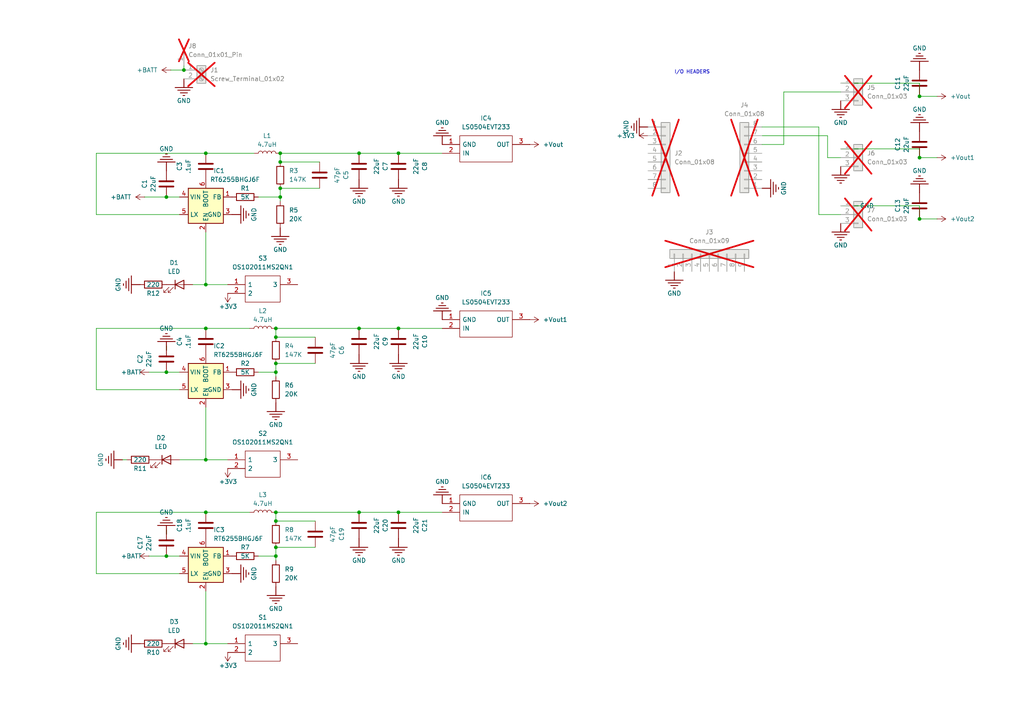
<source format=kicad_sch>
(kicad_sch (version 20250114) (generator "eeschema") (generator_version "9.0")
  (paper "A4")
  (lib_symbols
    (symbol "Connector:Conn_01x01_Pin" (pin_names (offset 1.016) (hide yes))
      (property "Reference" "J" (at 0 2.54 0))
      (property "Value" "Conn_01x01_Pin" (at 0 -2.54 0))
      (symbol "Conn_01x01_Pin_1_1"
        (rectangle (start 0.8636 0.127) (end 0 -0.127) (stroke (width 0.1524)) (fill (type outline)))
        (polyline (pts (xy 1.27 0) (xy 0.8636 0)) (stroke (width 0.1524)))
        (pin passive line (at 5.08 0 180) (length 3.81) (name "Pin_1") (number "1"))
      )
    )
    (symbol "Connector:Screw_Terminal_01x02" (pin_names (offset 1.016) (hide yes))
      (property "Reference" "J" (at 0 2.54 0))
      (property "Value" "Screw_Terminal_01x02" (at 0 -5.08 0))
      (symbol "Screw_Terminal_01x02_1_1"
        (rectangle (start -1.27 1.27) (end 1.27 -3.81) (stroke (width 0.254)) (fill (type background)))
        (polyline (pts (xy -0.5334 0.3302) (xy 0.3302 -0.508)) (stroke (width 0.1524)))
        (polyline (pts (xy -0.5334 -2.2098) (xy 0.3302 -3.048)) (stroke (width 0.1524)))
        (polyline (pts (xy -0.3556 0.508) (xy 0.508 -0.3302)) (stroke (width 0.1524)))
        (polyline (pts (xy -0.3556 -2.032) (xy 0.508 -2.8702)) (stroke (width 0.1524)))
        (circle (center 0 0) (radius 0.635) (stroke (width 0.1524)))
        (circle (center 0 -2.54) (radius 0.635) (stroke (width 0.1524)))
        (pin passive line (at -5.08 0 0) (length 3.81) (name "Pin_1") (number "1"))
        (pin passive line (at -5.08 -2.54 0) (length 3.81) (name "Pin_2") (number "2"))
      )
    )
    (symbol "Connector_Generic:Conn_01x03" (pin_names (offset 1.016) (hide yes))
      (property "Reference" "J" (at 0 5.08 0))
      (property "Value" "Conn_01x03" (at 0 -5.08 0))
      (symbol "Conn_01x03_1_1"
        (rectangle (start -1.27 3.81) (end 1.27 -3.81) (stroke (width 0.254)) (fill (type background)))
        (rectangle (start -1.27 2.667) (end 0 2.413) (stroke (width 0.1524)))
        (rectangle (start -1.27 0.127) (end 0 -0.127) (stroke (width 0.1524)))
        (rectangle (start -1.27 -2.413) (end 0 -2.667) (stroke (width 0.1524)))
        (pin passive line (at -5.08 2.54 0) (length 3.81) (name "Pin_1") (number "1"))
        (pin passive line (at -5.08 0 0) (length 3.81) (name "Pin_2") (number "2"))
        (pin passive line (at -5.08 -2.54 0) (length 3.81) (name "Pin_3") (number "3"))
      )
    )
    (symbol "Connector_Generic:Conn_01x08" (pin_names (offset 1.016) (hide yes))
      (property "Reference" "J" (at 0 10.16 0))
      (property "Value" "Conn_01x08" (at 0 -12.7 0))
      (symbol "Conn_01x08_1_1"
        (rectangle (start -1.27 8.89) (end 1.27 -11.43) (stroke (width 0.254)) (fill (type background)))
        (rectangle (start -1.27 7.747) (end 0 7.493) (stroke (width 0.1524)))
        (rectangle (start -1.27 5.207) (end 0 4.953) (stroke (width 0.1524)))
        (rectangle (start -1.27 2.667) (end 0 2.413) (stroke (width 0.1524)))
        (rectangle (start -1.27 0.127) (end 0 -0.127) (stroke (width 0.1524)))
        (rectangle (start -1.27 -2.413) (end 0 -2.667) (stroke (width 0.1524)))
        (rectangle (start -1.27 -4.953) (end 0 -5.207) (stroke (width 0.1524)))
        (rectangle (start -1.27 -7.493) (end 0 -7.747) (stroke (width 0.1524)))
        (rectangle (start -1.27 -10.033) (end 0 -10.287) (stroke (width 0.1524)))
        (pin passive line (at -5.08 7.62 0) (length 3.81) (name "Pin_1") (number "1"))
        (pin passive line (at -5.08 5.08 0) (length 3.81) (name "Pin_2") (number "2"))
        (pin passive line (at -5.08 2.54 0) (length 3.81) (name "Pin_3") (number "3"))
        (pin passive line (at -5.08 0 0) (length 3.81) (name "Pin_4") (number "4"))
        (pin passive line (at -5.08 -2.54 0) (length 3.81) (name "Pin_5") (number "5"))
        (pin passive line (at -5.08 -5.08 0) (length 3.81) (name "Pin_6") (number "6"))
        (pin passive line (at -5.08 -7.62 0) (length 3.81) (name "Pin_7") (number "7"))
        (pin passive line (at -5.08 -10.16 0) (length 3.81) (name "Pin_8") (number "8"))
      )
    )
    (symbol "Connector_Generic:Conn_01x09" (pin_names (offset 1.016) (hide yes))
      (property "Reference" "J" (at 0 12.7 0))
      (property "Value" "Conn_01x09" (at 0 -12.7 0))
      (symbol "Conn_01x09_1_1"
        (rectangle (start -1.27 11.43) (end 1.27 -11.43) (stroke (width 0.254)) (fill (type background)))
        (rectangle (start -1.27 10.287) (end 0 10.033) (stroke (width 0.1524)))
        (rectangle (start -1.27 7.747) (end 0 7.493) (stroke (width 0.1524)))
        (rectangle (start -1.27 5.207) (end 0 4.953) (stroke (width 0.1524)))
        (rectangle (start -1.27 2.667) (end 0 2.413) (stroke (width 0.1524)))
        (rectangle (start -1.27 0.127) (end 0 -0.127) (stroke (width 0.1524)))
        (rectangle (start -1.27 -2.413) (end 0 -2.667) (stroke (width 0.1524)))
        (rectangle (start -1.27 -4.953) (end 0 -5.207) (stroke (width 0.1524)))
        (rectangle (start -1.27 -7.493) (end 0 -7.747) (stroke (width 0.1524)))
        (rectangle (start -1.27 -10.033) (end 0 -10.287) (stroke (width 0.1524)))
        (pin passive line (at -5.08 10.16 0) (length 3.81) (name "Pin_1") (number "1"))
        (pin passive line (at -5.08 7.62 0) (length 3.81) (name "Pin_2") (number "2"))
        (pin passive line (at -5.08 5.08 0) (length 3.81) (name "Pin_3") (number "3"))
        (pin passive line (at -5.08 2.54 0) (length 3.81) (name "Pin_4") (number "4"))
        (pin passive line (at -5.08 0 0) (length 3.81) (name "Pin_5") (number "5"))
        (pin passive line (at -5.08 -2.54 0) (length 3.81) (name "Pin_6") (number "6"))
        (pin passive line (at -5.08 -5.08 0) (length 3.81) (name "Pin_7") (number "7"))
        (pin passive line (at -5.08 -7.62 0) (length 3.81) (name "Pin_8") (number "8"))
        (pin passive line (at -5.08 -10.16 0) (length 3.81) (name "Pin_9") (number "9"))
      )
    )
    (symbol "DIO5661ST6_1"
      (property "Reference" "IC2" (at 2.1941 10.16 0))
      (property "Value" "RT6255BHGJ6F" (at 2.1941 7.62 0))
      (symbol "DIO5661ST6_1_0_1"
        (rectangle (start 5.08 -5.08) (end -5.08 5.08) (stroke (width 0.254)) (fill (type background)))
      )
      (symbol "DIO5661ST6_1_1_1"
        (pin input line (at -7.62 2.54 0) (length 2.54) (name "VIN") (number "4"))
        (pin input line (at -7.62 -2.54 0) (length 2.54) (name "LX") (number "5"))
        (pin power_in line (at 0 7.62 270) (length 2.54) (name "BOOT") (number "6"))
        (pin power_in line (at 0 -7.62 90) (length 2.54) (name "EN") (number "2"))
        (pin open_collector line (at 7.62 2.54 180) (length 2.54) (name "FB") (number "1"))
        (pin input line (at 7.62 -2.54 180) (length 2.54) (name "GND") (number "3"))
      )
    )
    (symbol "Device:C" (pin_numbers (hide yes)) (pin_names (offset 0.254))
      (property "Reference" "C" (at 0.635 2.54 0))
      (property "Value" "C" (at 0.635 -2.54 0))
      (symbol "C_0_1"
        (polyline (pts (xy -2.032 0.762) (xy 2.032 0.762)) (stroke (width 0.508)))
        (polyline (pts (xy -2.032 -0.762) (xy 2.032 -0.762)) (stroke (width 0.508)))
      )
      (symbol "C_1_1"
        (pin passive line (at 0 3.81 270) (length 2.794) (name "~") (number "1"))
        (pin passive line (at 0 -3.81 90) (length 2.794) (name "~") (number "2"))
      )
    )
    (symbol "Device:L" (pin_numbers (hide yes)) (pin_names (offset 1.016) (hide yes))
      (property "Reference" "L" (at -1.27 0 90))
      (property "Value" "L" (at 1.905 0 90))
      (symbol "L_0_1"
        (arc (start 0 2.54) (mid 0.6323 1.905) (end 0 1.27))
        (arc (start 0 1.27) (mid 0.6323 0.635) (end 0 0))
        (arc (start 0 0) (mid 0.6323 -0.635) (end 0 -1.27))
        (arc (start 0 -1.27) (mid 0.6323 -1.905) (end 0 -2.54))
      )
      (symbol "L_1_1"
        (pin passive line (at 0 3.81 270) (length 1.27) (name "1") (number "1"))
        (pin passive line (at 0 -3.81 90) (length 1.27) (name "2") (number "2"))
      )
    )
    (symbol "Device:LED" (pin_numbers (hide yes)) (pin_names (offset 1.016) (hide yes))
      (property "Reference" "D" (at 0 2.54 0))
      (property "Value" "LED" (at 0 -2.54 0))
      (symbol "LED_0_1"
        (polyline (pts (xy -3.048 -0.762) (xy -4.572 -2.286) (xy -3.81 -2.286) (xy -4.572 -2.286) (xy -4.572 -1.524)))
        (polyline (pts (xy -1.778 -0.762) (xy -3.302 -2.286) (xy -2.54 -2.286) (xy -3.302 -2.286) (xy -3.302 -1.524)))
        (polyline (pts (xy -1.27 0) (xy 1.27 0)))
        (polyline (pts (xy -1.27 -1.27) (xy -1.27 1.27)) (stroke (width 0.254)))
        (polyline (pts (xy 1.27 -1.27) (xy 1.27 1.27) (xy -1.27 0) (xy 1.27 -1.27)) (stroke (width 0.254)))
      )
      (symbol "LED_1_1"
        (pin passive line (at -3.81 0 0) (length 2.54) (name "K") (number "1"))
        (pin passive line (at 3.81 0 180) (length 2.54) (name "A") (number "2"))
      )
    )
    (symbol "Device:R" (pin_numbers (hide yes)) (pin_names (offset 0))
      (property "Reference" "R" (at 2.032 0 90))
      (property "Value" "R" (at 0 0 90))
      (symbol "R_0_1"
        (rectangle (start -1.016 -2.54) (end 1.016 2.54) (stroke (width 0.254)))
      )
      (symbol "R_1_1"
        (pin passive line (at 0 3.81 270) (length 1.27) (name "~") (number "1"))
        (pin passive line (at 0 -3.81 90) (length 1.27) (name "~") (number "2"))
      )
    )
    (symbol "Driver_LED:DIO5661ST6"
      (property "Reference" "IC1" (at 2.1941 10.16 0))
      (property "Value" "RT6255BHGJ6F" (at 1.27 7.62 0))
      (symbol "DIO5661ST6_0_1"
        (rectangle (start 5.08 -5.08) (end -5.08 5.08) (stroke (width 0.254)) (fill (type background)))
      )
      (symbol "DIO5661ST6_1_1"
        (pin input line (at -7.62 2.54 0) (length 2.54) (name "VIN") (number "4"))
        (pin input line (at -7.62 -2.54 0) (length 2.54) (name "LX") (number "5"))
        (pin power_in line (at 0 7.62 270) (length 2.54) (name "BOOT") (number "6"))
        (pin power_in line (at 0 -7.62 90) (length 2.54) (name "EN") (number "2"))
        (pin open_collector line (at 7.62 2.54 180) (length 2.54) (name "FB") (number "1"))
        (pin input line (at 7.62 -2.54 180) (length 2.54) (name "GND") (number "3"))
      )
    )
    (symbol "LS0504EVT233:LS0504EVT233" (pin_names (offset 0.762))
      (property "Reference" "IC" (at 21.59 7.62 0))
      (property "Value" "LS0504EVT233" (at 21.59 5.08 0))
      (symbol "LS0504EVT233_0_0"
        (pin passive line (at 0 0 0) (length 5.08) (name "GND") (number "1"))
        (pin passive line (at 0 -2.54 0) (length 5.08) (name "IN") (number "2"))
        (pin passive line (at 25.4 0 180) (length 5.08) (name "OUT") (number "3"))
      )
      (symbol "LS0504EVT233_0_1"
        (polyline (pts (xy 5.08 2.54) (xy 20.32 2.54) (xy 20.32 -5.08) (xy 5.08 -5.08) (xy 5.08 2.54)) (stroke (width 0.1524)))
      )
    )
    (symbol "OS102011MS2QN1:OS102011MS2QN1" (pin_names (offset 0.762))
      (property "Reference" "S" (at 16.51 7.62 0))
      (property "Value" "OS102011MS2QN1" (at 16.51 5.08 0))
      (symbol "OS102011MS2QN1_0_0"
        (pin passive line (at 0 0 0) (length 5.08) (name "1") (number "1"))
        (pin passive line (at 0 -2.54 0) (length 5.08) (name "2") (number "2"))
        (pin passive line (at 20.32 0 180) (length 5.08) (name "3") (number "3"))
      )
      (symbol "OS102011MS2QN1_0_1"
        (polyline (pts (xy 5.08 2.54) (xy 15.24 2.54) (xy 15.24 -5.08) (xy 5.08 -5.08) (xy 5.08 2.54)) (stroke (width 0.1524)))
      )
    )
    (symbol "iotaTemplate-altium-import:GND_POWER_GROUND" (power)
      (property "Reference" "#PWR" (at 0 0 0))
      (property "Value" "GND" (at 0 6.35 0))
      (symbol "GND_POWER_GROUND_0_0"
        (polyline (pts (xy -2.54 -2.54) (xy 2.54 -2.54)) (stroke (width 0.254)))
        (polyline (pts (xy -1.778 -3.302) (xy 1.778 -3.302)) (stroke (width 0.254)))
        (polyline (pts (xy -1.016 -4.064) (xy 1.016 -4.064)) (stroke (width 0.254)))
        (polyline (pts (xy -0.254 -4.826) (xy 0.254 -4.826)) (stroke (width 0.254)))
        (polyline (pts (xy 0 0) (xy 0 -2.54)) (stroke (width 0.254)))
        (pin power_in line (at 0 0 0) (length 0) (hide yes) (name "GND") (number ""))
      )
    )
    (symbol "power:+3V3" (power) (pin_numbers (hide yes)) (pin_names (offset 0) (hide yes))
      (property "Value" "+3V3" (at 0 3.556 0))
      (symbol "+3V3_0_1"
        (polyline (pts (xy -0.762 1.27) (xy 0 2.54)))
        (polyline (pts (xy 0 2.54) (xy 0.762 1.27)))
        (polyline (pts (xy 0 0) (xy 0 2.54)))
      )
      (symbol "+3V3_1_1"
        (pin power_in line (at 0 0 90) (length 0) (name "~") (number "1"))
      )
    )
    (symbol "power:+5V" (power) (pin_numbers (hide yes)) (pin_names (offset 0) (hide yes))
      (property "Value" "+5V" (at 0 3.556 0))
      (symbol "+5V_0_1"
        (polyline (pts (xy -0.762 1.27) (xy 0 2.54)))
        (polyline (pts (xy 0 2.54) (xy 0.762 1.27)))
        (polyline (pts (xy 0 0) (xy 0 2.54)))
      )
      (symbol "+5V_1_1"
        (pin power_in line (at 0 0 90) (length 0) (name "~") (number "1"))
      )
    )
    (symbol "power:+BATT" (power) (pin_numbers (hide yes)) (pin_names (offset 0) (hide yes))
      (property "Value" "+BATT" (at 0 3.556 0))
      (symbol "+BATT_0_1"
        (polyline (pts (xy -0.762 1.27) (xy 0 2.54)))
        (polyline (pts (xy 0 2.54) (xy 0.762 1.27)))
        (polyline (pts (xy 0 0) (xy 0 2.54)))
      )
      (symbol "+BATT_1_1"
        (pin power_in line (at 0 0 90) (length 0) (name "~") (number "1"))
      )
    )
  )
  (text "I/O HEADERS" (at 195.58 21.59 0) (effects (font (size 1.016 1.016)) (justify left bottom)))
  (junction (at 48.26 57.15))
  (junction (at 59.69 82.55))
  (junction (at 48.26 161.29))
  (junction (at 59.69 186.69))
  (junction (at 59.69 44.45))
  (junction (at 48.26 107.95))
  (junction (at 80.01 158.75))
  (junction (at 104.14 95.25))
  (junction (at 80.01 151.13))
  (junction (at 81.28 44.45))
  (junction (at 266.7 27.94))
  (junction (at 115.57 95.25))
  (junction (at 266.7 45.72))
  (junction (at 53.34 20.32))
  (junction (at 81.28 46.99))
  (junction (at 59.69 95.25))
  (junction (at 59.69 133.35))
  (junction (at 80.01 105.41))
  (junction (at 81.28 54.61))
  (junction (at 266.7 63.5))
  (junction (at 80.01 148.59))
  (junction (at 104.14 44.45))
  (junction (at 115.57 148.59))
  (junction (at 104.14 148.59))
  (junction (at 81.28 57.15))
  (junction (at 80.01 161.29))
  (junction (at 59.69 148.59))
  (junction (at 115.57 44.45))
  (junction (at 80.01 97.79))
  (junction (at 80.01 95.25))
  (junction (at 80.01 107.95))
  (wire (pts (xy 74.93 161.29) (xy 80.01 161.29)))
  (wire (pts (xy 27.94 113.03) (xy 27.94 95.25)))
  (wire (pts (xy 59.69 133.35) (xy 66.04 133.35)))
  (wire (pts (xy 59.69 95.25) (xy 72.39 95.25)))
  (wire (pts (xy 243.84 24.13) (xy 266.7 24.13)))
  (wire (pts (xy 80.01 148.59) (xy 104.14 148.59)))
  (wire (pts (xy 81.28 44.45) (xy 104.14 44.45)))
  (wire (pts (xy 80.01 97.79) (xy 91.44 97.79)))
  (wire (pts (xy 243.84 26.67) (xy 227.33 26.67)))
  (wire (pts (xy 52.07 133.35) (xy 59.69 133.35)))
  (wire (pts (xy 227.33 26.67) (xy 227.33 41.91)))
  (wire (pts (xy 81.28 54.61) (xy 81.28 57.15)))
  (wire (pts (xy 243.84 43.18) (xy 266.7 43.18)))
  (wire (pts (xy 27.94 148.59) (xy 59.69 148.59)))
  (wire (pts (xy 59.69 186.69) (xy 59.69 171.45)))
  (wire (pts (xy 59.69 82.55) (xy 66.04 82.55)))
  (wire (pts (xy 27.94 62.23) (xy 27.94 44.45)))
  (wire (pts (xy 104.14 44.45) (xy 115.57 44.45)))
  (wire (pts (xy 80.01 161.29) (xy 80.01 162.56)))
  (wire (pts (xy 59.69 118.11) (xy 59.69 133.35)))
  (wire (pts (xy 104.14 95.25) (xy 115.57 95.25)))
  (wire (pts (xy 266.7 59.69) (xy 266.7 63.5)))
  (wire (pts (xy 48.26 107.95) (xy 52.07 107.95)))
  (wire (pts (xy 81.28 46.99) (xy 92.71 46.99)))
  (wire (pts (xy 243.84 45.72) (xy 240.03 45.72)))
  (wire (pts (xy 59.69 148.59) (xy 72.39 148.59)))
  (wire (pts (xy 53.34 19.05) (xy 53.34 20.32)))
  (wire (pts (xy 115.57 95.25) (xy 128.27 95.25)))
  (wire (pts (xy 59.69 67.31) (xy 59.69 82.55)))
  (wire (pts (xy 52.07 62.23) (xy 27.94 62.23)))
  (wire (pts (xy 80.01 95.25) (xy 104.14 95.25)))
  (wire (pts (xy 220.98 39.37) (xy 240.03 39.37)))
  (wire (pts (xy 243.84 62.23) (xy 237.49 62.23)))
  (wire (pts (xy 27.94 95.25) (xy 59.69 95.25)))
  (wire (pts (xy 48.26 57.15) (xy 52.07 57.15)))
  (wire (pts (xy 266.7 63.5) (xy 271.78 63.5)))
  (wire (pts (xy 115.57 148.59) (xy 128.27 148.59)))
  (wire (pts (xy 243.84 59.69) (xy 266.7 59.69)))
  (wire (pts (xy 227.33 41.91) (xy 220.98 41.91)))
  (wire (pts (xy 55.88 186.69) (xy 59.69 186.69)))
  (wire (pts (xy 80.01 158.75) (xy 80.01 161.29)))
  (wire (pts (xy 52.07 166.37) (xy 27.94 166.37)))
  (wire (pts (xy 48.26 161.29) (xy 52.07 161.29)))
  (wire (pts (xy 266.7 45.72) (xy 271.78 45.72)))
  (wire (pts (xy 48.26 100.33) (xy 48.26 101.6)))
  (wire (pts (xy 80.01 151.13) (xy 91.44 151.13)))
  (wire (pts (xy 80.01 158.75) (xy 91.44 158.75)))
  (wire (pts (xy 266.7 27.94) (xy 271.78 27.94)))
  (wire (pts (xy 27.94 44.45) (xy 59.69 44.45)))
  (wire (pts (xy 104.14 148.59) (xy 115.57 148.59)))
  (wire (pts (xy 43.18 161.29) (xy 48.26 161.29)))
  (wire (pts (xy 81.28 54.61) (xy 92.71 54.61)))
  (wire (pts (xy 74.93 57.15) (xy 81.28 57.15)))
  (wire (pts (xy 266.7 24.13) (xy 266.7 27.94)))
  (wire (pts (xy 80.01 107.95) (xy 80.01 109.22)))
  (wire (pts (xy 49.53 20.32) (xy 53.34 20.32)))
  (wire (pts (xy 80.01 148.59) (xy 80.01 151.13)))
  (wire (pts (xy 48.26 153.67) (xy 48.26 154.94)))
  (wire (pts (xy 27.94 166.37) (xy 27.94 148.59)))
  (wire (pts (xy 41.91 57.15) (xy 48.26 57.15)))
  (wire (pts (xy 80.01 105.41) (xy 91.44 105.41)))
  (wire (pts (xy 266.7 43.18) (xy 266.7 45.72)))
  (wire (pts (xy 66.04 186.69) (xy 59.69 186.69)))
  (wire (pts (xy 80.01 95.25) (xy 80.01 97.79)))
  (wire (pts (xy 35.56 133.35) (xy 36.83 133.35)))
  (wire (pts (xy 237.49 36.83) (xy 237.49 62.23)))
  (wire (pts (xy 55.88 82.55) (xy 59.69 82.55)))
  (wire (pts (xy 43.18 107.95) (xy 48.26 107.95)))
  (wire (pts (xy 240.03 39.37) (xy 240.03 45.72)))
  (wire (pts (xy 52.07 113.03) (xy 27.94 113.03)))
  (wire (pts (xy 59.69 44.45) (xy 73.66 44.45)))
  (wire (pts (xy 74.93 107.95) (xy 80.01 107.95)))
  (wire (pts (xy 81.28 57.15) (xy 81.28 58.42)))
  (wire (pts (xy 81.28 44.45) (xy 81.28 46.99)))
  (wire (pts (xy 80.01 105.41) (xy 80.01 107.95)))
  (wire (pts (xy 115.57 44.45) (xy 128.27 44.45)))
  (wire (pts (xy 237.49 36.83) (xy 220.98 36.83)))
  (symbol (lib_id "iotaTemplate-altium-import:GND_POWER_GROUND") (at 115.57 52.07 0) (unit 1)
    (property "Reference" "#PWR020" (effects (hide yes)))
    (property "Value" "GND" (at 115.57 58.42 0))
  )
  (symbol (lib_id "iotaTemplate-altium-import:GND_POWER_GROUND") (at 104.14 52.07 0) (unit 1)
    (property "Reference" "#PWR019" (effects (hide yes)))
    (property "Value" "GND" (at 104.14 58.42 0))
  )
  (symbol (lib_id "Driver_LED:DIO5661ST6") (at 59.69 59.69 0) (unit 1)
    (property "Reference" "IC1" (at 61.8841 49.53 0) (effects (justify left)))
    (property "Value" "RT6255BHGJ6F" (at 60.96 52.07 0) (effects (justify left)))
    (property "Footprint" "Package_TO_SOT_SMD:TSOT-23-6_HandSoldering" (effects (hide yes)))
  )
  (symbol (lib_id "Device:LED") (at 48.26 133.35 0) (unit 1)
    (property "Reference" "D2" (at 46.6725 127 0))
    (property "Value" "LED" (at 46.6725 129.54 0))
    (property "Footprint" "Diode_SMD:D_0603_1608Metric" (effects (hide yes)))
    (property "Description" "Light emitting diode" (effects (hide yes)))
  )
  (symbol (lib_id "Device:C") (at 104.14 99.06 0) (unit 1)
    (property "Reference" "C9" (at 111.76 99.06 90))
    (property "Value" "22uF" (at 109.22 99.06 90))
    (property "Footprint" "Capacitor_SMD:C_0603_1608Metric" (effects (hide yes)))
    (property "Description" "Unpolarized capacitor" (effects (hide yes)))
  )
  (symbol (lib_id "iotaTemplate-altium-import:GND_POWER_GROUND") (at 80.01 170.18 0) (unit 1)
    (property "Reference" "#PWR035" (effects (hide yes)))
    (property "Value" "GND" (at 80.01 176.53 0))
  )
  (symbol (lib_id "Device:C") (at 92.71 50.8 0) (unit 1)
    (property "Reference" "C5" (at 100.33 50.8 90))
    (property "Value" "47pF" (at 97.79 50.8 90))
    (property "Footprint" "Capacitor_SMD:C_0603_1608Metric" (effects (hide yes)))
    (property "Description" "Unpolarized capacitor" (effects (hide yes)))
  )
  (symbol (lib_id "power:+BATT") (at 49.53 20.32 90) (unit 1)
    (property "Reference" "#PWR033" (effects (hide yes)))
    (property "Value" "+BATT" (at 45.72 20.32 90) (effects (justify left)))
    (property "Description" "Power symbol creates a global label with name \"+BATT\"" (effects (hide yes)))
  )
  (symbol (lib_id "Device:C") (at 266.7 41.91 0) (unit 1)
    (property "Reference" "C12" (at 260.35 41.91 90))
    (property "Value" "22uF" (at 262.89 41.91 90))
    (property "Footprint" "Capacitor_SMD:C_0603_1608Metric" (effects (hide yes)))
    (property "Description" "Unpolarized capacitor" (effects (hide yes)))
  )
  (symbol (lib_id "iotaTemplate-altium-import:GND_POWER_GROUND") (at 115.57 102.87 0) (unit 1)
    (property "Reference" "#PWR018" (effects (hide yes)))
    (property "Value" "GND" (at 115.57 109.22 0))
  )
  (symbol (lib_id "iotaTemplate-altium-import:GND_POWER_GROUND") (at 67.31 166.37 90) (unit 1)
    (property "Reference" "#PWR04" (effects (hide yes)))
    (property "Value" "GND" (at 73.66 166.37 0))
  )
  (symbol (lib_id "power:+3V3") (at 153.67 41.91 270) (unit 1)
    (property "Reference" "#PWR024" (effects (hide yes)))
    (property "Value" "+Vout" (at 157.48 41.9099 90) (effects (justify left)))
    (property "Description" "Power symbol creates a global label with name \"+3V3\"" (effects (hide yes)))
  )
  (symbol (lib_id "Connector:Conn_01x01_Pin") (at 53.34 13.97 270) (unit 1) (in_bom no) (dnp yes)
    (property "Reference" "J8" (at 54.61 13.3349 90) (effects (justify left)))
    (property "Value" "Conn_01x01_Pin" (at 54.61 15.8749 90) (effects (justify left)))
    (property "Footprint" "Connector_PinHeader_2.54mm:PinHeader_1x01_P2.54mm_Vertical" (effects (hide yes)))
    (property "Description" "Generic connector, single row, 01x01, script generated" (effects (hide yes)))
  )
  (symbol (lib_id "Device:R") (at 80.01 154.94 180) (unit 1)
    (property "Reference" "R8" (at 82.55 153.6699 0) (effects (justify right)))
    (property "Value" "147K" (at 82.55 156.2099 0) (effects (justify right)))
    (property "Footprint" "Resistor_SMD:R_0603_1608Metric" (effects (hide yes)))
    (property "Description" "Resistor" (effects (hide yes)))
  )
  (symbol (lib_id "OS102011MS2QN1:OS102011MS2QN1") (at 66.04 133.35 0) (unit 1)
    (property "Reference" "S2" (at 76.2 125.73 0))
    (property "Value" "OS102011MS2QN1" (at 76.2 128.27 0))
    (property "Footprint" "logos.preety:OS102011MA1QN1" (effects (hide yes)))
    (property "Datasheet" "https://www.ckswitches.com/media/1428/os.pdf" (effects (hide yes)))
    (property "Description" "Switch Slide Miniature SPDT 0.1A 12VDC Through Hole Slide Switch SPDT On-On 0.1 A@ 12 V dc Slide" (effects (hide yes)))
    (property "Description_1" "Switch Slide Miniature SPDT 0.1A 12VDC Through Hole Slide Switch SPDT On-On 0.1 A@ 12 V dc Slide" (effects (hide yes)))
    (property "Mouser Part Number" "611-OS102011MS2QN1" (effects (hide yes)))
    (property "Mouser Price/Stock" "https://www.mouser.co.uk/ProductDetail/CK/OS102011MS2QN1?qs=WtljUlYws5RvQ1hEv876nQ%3D%3D" (effects (hide yes)))
    (property "Manufacturer_Name" "C & K COMPONENTS" (effects (hide yes)))
    (property "Manufacturer_Part_Number" "OS102011MS2QN1" (effects (hide yes)))
  )
  (symbol (lib_id "iotaTemplate-altium-import:GND_POWER_GROUND") (at 48.26 154.94 180) (unit 1)
    (property "Reference" "#PWR02" (effects (hide yes)))
    (property "Value" "GND" (at 48.26 148.59 0))
  )
  (symbol (lib_id "OS102011MS2QN1:OS102011MS2QN1") (at 66.04 82.55 0) (unit 1)
    (property "Reference" "S3" (at 76.2 74.93 0))
    (property "Value" "OS102011MS2QN1" (at 76.2 77.47 0))
    (property "Footprint" "logos.preety:OS102011MA1QN1" (effects (hide yes)))
    (property "Datasheet" "https://www.ckswitches.com/media/1428/os.pdf" (effects (hide yes)))
    (property "Description" "Switch Slide Miniature SPDT 0.1A 12VDC Through Hole Slide Switch SPDT On-On 0.1 A@ 12 V dc Slide" (effects (hide yes)))
    (property "Description_1" "Switch Slide Miniature SPDT 0.1A 12VDC Through Hole Slide Switch SPDT On-On 0.1 A@ 12 V dc Slide" (effects (hide yes)))
    (property "Mouser Part Number" "611-OS102011MS2QN1" (effects (hide yes)))
    (property "Mouser Price/Stock" "https://www.mouser.co.uk/ProductDetail/CK/OS102011MS2QN1?qs=WtljUlYws5RvQ1hEv876nQ%3D%3D" (effects (hide yes)))
    (property "Manufacturer_Name" "C & K COMPONENTS" (effects (hide yes)))
    (property "Manufacturer_Part_Number" "OS102011MS2QN1" (effects (hide yes)))
  )
  (symbol (lib_id "Connector_Generic:Conn_01x03") (at 248.92 62.23 0) (unit 1) (in_bom no) (dnp yes)
    (property "Reference" "J7" (at 251.46 60.9599 0) (effects (justify left)))
    (property "Value" "Conn_01x03" (at 251.46 63.4999 0) (effects (justify left)))
    (property "Footprint" "Connector_PinHeader_2.54mm:PinHeader_1x03_P2.54mm_Vertical" (effects (hide yes)))
    (property "Description" "Generic connector, single row, 01x03, script generated (kicad-library-utils/schlib/autogen/connector/)" (effects (hide yes)))
  )
  (symbol (lib_id "power:+3V3") (at 153.67 146.05 270) (unit 1)
    (property "Reference" "#PWR022" (effects (hide yes)))
    (property "Value" "+Vout2" (at 157.48 146.0499 90) (effects (justify left)))
    (property "Description" "Power symbol creates a global label with name \"+3V3\"" (effects (hide yes)))
  )
  (symbol (lib_id "Device:C") (at 115.57 152.4 0) (unit 1)
    (property "Reference" "C21" (at 123.19 152.4 90))
    (property "Value" "22uF" (at 120.65 152.4 90))
    (property "Footprint" "Capacitor_SMD:C_0603_1608Metric" (effects (hide yes)))
    (property "Description" "Unpolarized capacitor" (effects (hide yes)))
  )
  (symbol (lib_id "Device:R") (at 71.12 161.29 90) (unit 1)
    (property "Reference" "R7" (at 71.12 158.75 90))
    (property "Value" "5K" (at 71.12 161.29 90))
    (property "Footprint" "Resistor_SMD:R_0603_1608Metric" (effects (hide yes)))
    (property "Description" "Resistor" (effects (hide yes)))
  )
  (symbol (lib_id "iotaTemplate-altium-import:GND_POWER_GROUND") (at 48.26 49.53 180) (unit 1)
    (property "Reference" "#PWR010" (effects (hide yes)))
    (property "Value" "GND" (at 48.26 43.18 0))
  )
  (symbol (lib_id "power:+3V3") (at 41.91 57.15 90) (unit 1)
    (property "Reference" "#PWR07" (effects (hide yes)))
    (property "Value" "+BATT" (at 38.1 57.1499 90) (effects (justify left)))
    (property "Description" "Power symbol creates a global label with name \"+3V3\"" (effects (hide yes)))
  )
  (symbol (lib_id "OS102011MS2QN1:OS102011MS2QN1") (at 66.04 186.69 0) (unit 1)
    (property "Reference" "S1" (at 76.2 179.07 0))
    (property "Value" "OS102011MS2QN1" (at 76.2 181.61 0))
    (property "Footprint" "logos.preety:OS102011MA1QN1" (effects (hide yes)))
    (property "Datasheet" "https://www.ckswitches.com/media/1428/os.pdf" (effects (hide yes)))
    (property "Description" "Switch Slide Miniature SPDT 0.1A 12VDC Through Hole Slide Switch SPDT On-On 0.1 A@ 12 V dc Slide" (effects (hide yes)))
    (property "Description_1" "Switch Slide Miniature SPDT 0.1A 12VDC Through Hole Slide Switch SPDT On-On 0.1 A@ 12 V dc Slide" (effects (hide yes)))
    (property "Mouser Part Number" "611-OS102011MS2QN1" (effects (hide yes)))
    (property "Mouser Price/Stock" "https://www.mouser.co.uk/ProductDetail/CK/OS102011MS2QN1?qs=WtljUlYws5RvQ1hEv876nQ%3D%3D" (effects (hide yes)))
    (property "Manufacturer_Name" "C & K COMPONENTS" (effects (hide yes)))
    (property "Manufacturer_Part_Number" "OS102011MS2QN1" (effects (hide yes)))
  )
  (symbol (lib_id "iotaTemplate-altium-import:GND_POWER_GROUND") (at 40.64 82.55 270) (unit 1)
    (property "Reference" "#PWR039" (effects (hide yes)))
    (property "Value" "GND" (at 34.29 82.55 0))
  )
  (symbol (lib_id "power:+3V3") (at 66.04 85.09 180) (unit 1)
    (property "Reference" "#PWR012" (effects (hide yes)))
    (property "Value" "+3V3" (at 63.5 88.9 0) (effects (justify right)))
    (property "Description" "Power symbol creates a global label with name \"+3V3\"" (effects (hide yes)))
  )
  (symbol (lib_id "LS0504EVT233:LS0504EVT233") (at 128.27 92.71 0) (unit 1)
    (property "Reference" "IC5" (at 140.97 85.09 0))
    (property "Value" "LS0504EVT233" (at 140.97 87.63 0))
    (property "Footprint" "Package_TO_SOT_SMD:TSOT-23" (effects (hide yes)))
    (property "Datasheet" "https://www.mouser.in/datasheet/2/240/Littelfuse-3045601.pdf" (effects (hide yes)))
    (property "Description" "Power Switch ICs - Power Distribution 5V/4A/30Vmax efuse with OCP & OVP" (effects (hide yes)))
    (property "Description_1" "Power Switch ICs - Power Distribution 5V/4A/30Vmax efuse with OCP & OVP" (effects (hide yes)))
    (property "Height" "1.45" (effects (hide yes)))
    (property "Mouser Part Number" "576-LS0504EVT233" (effects (hide yes)))
    (property "Mouser Price/Stock" "https://www.mouser.co.uk/ProductDetail/Littelfuse/LS0504EVT233?qs=4ASt3YYao0WP1bYebVpY%252BQ%3D%3D" (effects (hide yes)))
    (property "Manufacturer_Name" "LITTELFUSE" (effects (hide yes)))
    (property "Manufacturer_Part_Number" "LS0504EVT233" (effects (hide yes)))
  )
  (symbol (lib_name "DIO5661ST6_1") (lib_id "Driver_LED:DIO5661ST6") (at 59.69 110.49 0) (unit 1)
    (property "Reference" "IC2" (at 61.8841 100.33 0) (effects (justify left)))
    (property "Value" "RT6255BHGJ6F" (at 61.8841 102.87 0) (effects (justify left)))
    (property "Footprint" "Package_TO_SOT_SMD:TSOT-23-6_HandSoldering" (effects (hide yes)))
  )
  (symbol (lib_id "power:+3V3") (at 66.04 135.89 180) (unit 1)
    (property "Reference" "#PWR03" (effects (hide yes)))
    (property "Value" "+3V3" (at 63.5 139.7 0) (effects (justify right)))
    (property "Description" "Power symbol creates a global label with name \"+3V3\"" (effects (hide yes)))
  )
  (symbol (lib_id "Device:C") (at 59.69 99.06 180) (unit 1)
    (property "Reference" "C4" (at 52.07 99.06 90))
    (property "Value" ".1uF" (at 54.61 99.06 90))
    (property "Footprint" "Capacitor_SMD:C_0603_1608Metric" (effects (hide yes)))
    (property "Description" "Unpolarized capacitor" (effects (hide yes)))
  )
  (symbol (lib_id "Connector_Generic:Conn_01x03") (at 248.92 26.67 0) (unit 1) (in_bom no) (dnp yes)
    (property "Reference" "J5" (at 251.46 25.3999 0) (effects (justify left)))
    (property "Value" "Conn_01x03" (at 251.46 27.9399 0) (effects (justify left)))
    (property "Footprint" "Connector_PinHeader_2.54mm:PinHeader_1x03_P2.54mm_Vertical" (effects (hide yes)))
    (property "Description" "Generic connector, single row, 01x03, script generated (kicad-library-utils/schlib/autogen/connector/)" (effects (hide yes)))
  )
  (symbol (lib_id "iotaTemplate-altium-import:GND_POWER_GROUND") (at 220.98 54.61 90) (unit 1)
    (property "Reference" "#PWR0122" (effects (hide yes)))
    (property "Value" "GND" (at 227.33 54.61 0))
  )
  (symbol (lib_id "Device:R") (at 71.12 107.95 90) (unit 1)
    (property "Reference" "R2" (at 71.12 105.41 90))
    (property "Value" "5K" (at 71.12 107.95 90))
    (property "Footprint" "Resistor_SMD:R_0603_1608Metric" (effects (hide yes)))
    (property "Description" "Resistor" (effects (hide yes)))
  )
  (symbol (lib_id "power:+5V") (at 271.78 45.72 270) (unit 1)
    (property "Reference" "#PWR031" (effects (hide yes)))
    (property "Value" "+Vout1" (at 275.59 45.7199 90) (effects (justify left)))
    (property "Description" "Power symbol creates a global label with name \"+5V\"" (effects (hide yes)))
  )
  (symbol (lib_id "iotaTemplate-altium-import:GND_POWER_GROUND") (at 266.7 38.1 180) (unit 1)
    (property "Reference" "#PWR06" (effects (hide yes)))
    (property "Value" "GND" (at 266.7 31.75 0))
  )
  (symbol (lib_id "iotaTemplate-altium-import:GND_POWER_GROUND") (at 115.57 156.21 0) (unit 1)
    (property "Reference" "#PWR037" (effects (hide yes)))
    (property "Value" "GND" (at 115.57 162.56 0))
  )
  (symbol (lib_id "Device:C") (at 48.26 104.14 180) (unit 1)
    (property "Reference" "C2" (at 40.64 104.14 90))
    (property "Value" "22uF" (at 43.18 104.14 90))
    (property "Footprint" "Capacitor_SMD:C_0603_1608Metric" (effects (hide yes)))
    (property "Description" "Unpolarized capacitor" (effects (hide yes)))
  )
  (symbol (lib_id "Device:R") (at 40.64 133.35 270) (unit 1)
    (property "Reference" "R11" (at 40.64 135.89 90))
    (property "Value" "220" (at 40.64 133.35 90))
    (property "Footprint" "Resistor_SMD:R_0603_1608Metric" (effects (hide yes)))
    (property "Description" "Resistor" (effects (hide yes)))
  )
  (symbol (lib_id "iotaTemplate-altium-import:GND_POWER_GROUND") (at 104.14 102.87 0) (unit 1)
    (property "Reference" "#PWR017" (effects (hide yes)))
    (property "Value" "GND" (at 104.14 109.22 0))
  )
  (symbol (lib_id "Device:R") (at 81.28 50.8 180) (unit 1)
    (property "Reference" "R3" (at 83.82 49.5299 0) (effects (justify right)))
    (property "Value" "147K" (at 83.82 52.0699 0) (effects (justify right)))
    (property "Footprint" "Resistor_SMD:R_0603_1608Metric" (effects (hide yes)))
    (property "Description" "Resistor" (effects (hide yes)))
  )
  (symbol (lib_id "iotaTemplate-altium-import:GND_POWER_GROUND") (at 67.31 113.03 90) (unit 1)
    (property "Reference" "#PWR013" (effects (hide yes)))
    (property "Value" "GND" (at 73.66 113.03 0))
  )
  (symbol (lib_id "Device:C") (at 104.14 152.4 0) (unit 1)
    (property "Reference" "C20" (at 111.76 152.4 90))
    (property "Value" "22uF" (at 109.22 152.4 90))
    (property "Footprint" "Capacitor_SMD:C_0603_1608Metric" (effects (hide yes)))
    (property "Description" "Unpolarized capacitor" (effects (hide yes)))
  )
  (symbol (lib_id "iotaTemplate-altium-import:GND_POWER_GROUND") (at 266.7 55.88 180) (unit 1)
    (property "Reference" "#PWR023" (effects (hide yes)))
    (property "Value" "GND" (at 266.7 49.53 0))
  )
  (symbol (lib_id "power:+3V3") (at 43.18 161.29 90) (unit 1)
    (property "Reference" "#PWR01" (effects (hide yes)))
    (property "Value" "+BATT" (at 38.1 161.29 90))
    (property "Description" "Power symbol creates a global label with name \"+3V3\"" (effects (hide yes)))
  )
  (symbol (lib_id "power:+3V3") (at 153.67 92.71 270) (unit 1)
    (property "Reference" "#PWR025" (effects (hide yes)))
    (property "Value" "+Vout1" (at 157.48 92.7099 90) (effects (justify left)))
    (property "Description" "Power symbol creates a global label with name \"+3V3\"" (effects (hide yes)))
  )
  (symbol (lib_id "iotaTemplate-altium-import:GND_POWER_GROUND") (at 187.96 36.83 270) (unit 1)
    (property "Reference" "#PWR0123" (effects (hide yes)))
    (property "Value" "GND" (at 181.61 36.83 0))
  )
  (symbol (lib_id "iotaTemplate-altium-import:GND_POWER_GROUND") (at 48.26 101.6 180) (unit 1)
    (property "Reference" "#PWR09" (effects (hide yes)))
    (property "Value" "GND" (at 48.26 95.25 0))
  )
  (symbol (lib_id "Connector_Generic:Conn_01x09") (at 205.74 73.66 90) (unit 1) (in_bom no) (dnp yes)
    (property "Reference" "J3" (at 205.74 67.31 90))
    (property "Value" "Conn_01x09" (at 205.74 69.85 90))
    (property "Footprint" "Connector_PinHeader_2.54mm:PinHeader_1x09_P2.54mm_Vertical" (effects (hide yes)))
    (property "Description" "Generic connector, single row, 01x09, script generated (kicad-library-utils/schlib/autogen/connector/)" (effects (hide yes)))
  )
  (symbol (lib_id "power:+3V3") (at 187.96 39.37 90) (unit 1)
    (property "Reference" "#PWR028" (effects (hide yes)))
    (property "Value" "+3V3" (at 184.15 39.3699 90) (effects (justify left)))
    (property "Description" "Power symbol creates a global label with name \"+3V3\"" (effects (hide yes)))
  )
  (symbol (lib_name "DIO5661ST6_1") (lib_id "Driver_LED:DIO5661ST6") (at 59.69 163.83 0) (unit 1)
    (property "Reference" "IC3" (at 61.8841 153.67 0) (effects (justify left)))
    (property "Value" "RT6255BHGJ6F" (at 61.8841 156.21 0) (effects (justify left)))
    (property "Footprint" "Package_TO_SOT_SMD:TSOT-23-6_HandSoldering" (effects (hide yes)))
  )
  (symbol (lib_id "Device:L") (at 76.2 95.25 90) (unit 1)
    (property "Reference" "L2" (at 76.2 90.17 90))
    (property "Value" "4.7uH" (at 76.2 92.71 90))
    (property "Footprint" "LibrarySPM6530T:SPM6530T-4R7M" (effects (hide yes)))
    (property "Description" "Inductor" (effects (hide yes)))
  )
  (symbol (lib_id "Device:L") (at 76.2 148.59 90) (unit 1)
    (property "Reference" "L3" (at 76.2 143.51 90))
    (property "Value" "4.7uH" (at 76.2 146.05 90))
    (property "Footprint" "LibrarySPM6530T:SPM6530T-4R7M" (effects (hide yes)))
    (property "Description" "Inductor" (effects (hide yes)))
  )
  (symbol (lib_id "Device:LED") (at 52.07 82.55 0) (unit 1)
    (property "Reference" "D1" (at 50.4825 76.2 0))
    (property "Value" "LED" (at 50.4825 78.74 0))
    (property "Footprint" "Diode_SMD:D_0603_1608Metric" (effects (hide yes)))
    (property "Description" "Light emitting diode" (effects (hide yes)))
  )
  (symbol (lib_id "Device:C") (at 59.69 48.26 180) (unit 1)
    (property "Reference" "C3" (at 52.07 48.26 90))
    (property "Value" ".1uF" (at 54.61 48.26 90))
    (property "Footprint" "Capacitor_SMD:C_0603_1608Metric" (effects (hide yes)))
    (property "Description" "Unpolarized capacitor" (effects (hide yes)))
  )
  (symbol (lib_id "Device:C") (at 48.26 53.34 0) (unit 1)
    (property "Reference" "C1" (at 41.91 53.34 90))
    (property "Value" "22uF" (at 44.45 53.34 90))
    (property "Footprint" "Capacitor_SMD:C_0603_1608Metric" (effects (hide yes)))
    (property "Description" "Unpolarized capacitor" (effects (hide yes)))
  )
  (symbol (lib_id "power:+3V3") (at 66.04 189.23 180) (unit 1)
    (property "Reference" "#PWR011" (effects (hide yes)))
    (property "Value" "+3V3" (at 63.5 193.04 0) (effects (justify right)))
    (property "Description" "Power symbol creates a global label with name \"+3V3\"" (effects (hide yes)))
  )
  (symbol (lib_id "Device:R") (at 81.28 62.23 180) (unit 1)
    (property "Reference" "R5" (at 83.82 60.9599 0) (effects (justify right)))
    (property "Value" "20K" (at 83.82 63.4999 0) (effects (justify right)))
    (property "Footprint" "Resistor_SMD:R_0603_1608Metric" (effects (hide yes)))
    (property "Description" "Resistor" (effects (hide yes)))
  )
  (symbol (lib_id "LS0504EVT233:LS0504EVT233") (at 128.27 146.05 0) (unit 1)
    (property "Reference" "IC6" (at 140.97 138.43 0))
    (property "Value" "LS0504EVT233" (at 140.97 140.97 0))
    (property "Footprint" "Package_TO_SOT_SMD:TSOT-23" (effects (hide yes)))
    (property "Datasheet" "https://www.mouser.in/datasheet/2/240/Littelfuse-3045601.pdf" (effects (hide yes)))
    (property "Description" "Power Switch ICs - Power Distribution 5V/4A/30Vmax efuse with OCP & OVP" (effects (hide yes)))
    (property "Description_1" "Power Switch ICs - Power Distribution 5V/4A/30Vmax efuse with OCP & OVP" (effects (hide yes)))
    (property "Height" "1.45" (effects (hide yes)))
    (property "Mouser Part Number" "576-LS0504EVT233" (effects (hide yes)))
    (property "Mouser Price/Stock" "https://www.mouser.co.uk/ProductDetail/Littelfuse/LS0504EVT233?qs=4ASt3YYao0WP1bYebVpY%252BQ%3D%3D" (effects (hide yes)))
    (property "Manufacturer_Name" "LITTELFUSE" (effects (hide yes)))
    (property "Manufacturer_Part_Number" "LS0504EVT233" (effects (hide yes)))
  )
  (symbol (lib_id "iotaTemplate-altium-import:GND_POWER_GROUND") (at 80.01 116.84 0) (unit 1)
    (property "Reference" "#PWR015" (effects (hide yes)))
    (property "Value" "GND" (at 80.01 123.19 0))
  )
  (symbol (lib_id "Device:C") (at 266.7 59.69 0) (unit 1)
    (property "Reference" "C13" (at 260.35 59.69 90))
    (property "Value" "22uF" (at 262.89 59.69 90))
    (property "Footprint" "Capacitor_SMD:C_0603_1608Metric" (effects (hide yes)))
    (property "Description" "Unpolarized capacitor" (effects (hide yes)))
  )
  (symbol (lib_id "power:+3V3") (at 43.18 107.95 90) (unit 1)
    (property "Reference" "#PWR08" (effects (hide yes)))
    (property "Value" "+BATT" (at 38.1 107.95 90))
    (property "Description" "Power symbol creates a global label with name \"+3V3\"" (effects (hide yes)))
  )
  (symbol (lib_id "iotaTemplate-altium-import:GND_POWER_GROUND") (at 266.7 20.32 180) (unit 1)
    (property "Reference" "#PWR05" (effects (hide yes)))
    (property "Value" "GND" (at 266.7 13.97 0))
  )
  (symbol (lib_id "Device:C") (at 266.7 24.13 0) (unit 1)
    (property "Reference" "C11" (at 260.35 24.13 90))
    (property "Value" "22uF" (at 262.89 24.13 90))
    (property "Footprint" "Capacitor_SMD:C_0603_1608Metric" (effects (hide yes)))
    (property "Description" "Unpolarized capacitor" (effects (hide yes)))
  )
  (symbol (lib_id "iotaTemplate-altium-import:GND_POWER_GROUND") (at 35.56 133.35 270) (unit 1)
    (property "Reference" "#PWR038" (effects (hide yes)))
    (property "Value" "GND" (at 29.21 133.35 0))
  )
  (symbol (lib_id "power:+5V") (at 271.78 63.5 270) (unit 1)
    (property "Reference" "#PWR030" (effects (hide yes)))
    (property "Value" "+Vout2" (at 275.59 63.4999 90) (effects (justify left)))
    (property "Description" "Power symbol creates a global label with name \"+5V\"" (effects (hide yes)))
  )
  (symbol (lib_id "iotaTemplate-altium-import:GND_POWER_GROUND") (at 104.14 156.21 0) (unit 1)
    (property "Reference" "#PWR036" (effects (hide yes)))
    (property "Value" "GND" (at 104.14 162.56 0))
  )
  (symbol (lib_id "iotaTemplate-altium-import:GND_POWER_GROUND") (at 243.84 29.21 0) (unit 1)
    (property "Reference" "#PWR0116" (effects (hide yes)))
    (property "Value" "GND" (at 243.84 35.56 0))
  )
  (symbol (lib_id "Device:R") (at 44.45 82.55 270) (unit 1)
    (property "Reference" "R12" (at 44.45 85.09 90))
    (property "Value" "220" (at 44.45 82.55 90))
    (property "Footprint" "Resistor_SMD:R_0603_1608Metric" (effects (hide yes)))
    (property "Description" "Resistor" (effects (hide yes)))
  )
  (symbol (lib_id "Connector_Generic:Conn_01x03") (at 248.92 45.72 0) (unit 1) (in_bom no) (dnp yes)
    (property "Reference" "J6" (at 251.46 44.4499 0) (effects (justify left)))
    (property "Value" "Conn_01x03" (at 251.46 46.9899 0) (effects (justify left)))
    (property "Footprint" "Connector_PinHeader_2.54mm:PinHeader_1x03_P2.54mm_Vertical" (effects (hide yes)))
    (property "Description" "Generic connector, single row, 01x03, script generated (kicad-library-utils/schlib/autogen/connector/)" (effects (hide yes)))
  )
  (symbol (lib_id "Device:C") (at 91.44 101.6 0) (unit 1)
    (property "Reference" "C6" (at 99.06 101.6 90))
    (property "Value" "47pF" (at 96.52 101.6 90))
    (property "Footprint" "Capacitor_SMD:C_0603_1608Metric" (effects (hide yes)))
    (property "Description" "Unpolarized capacitor" (effects (hide yes)))
  )
  (symbol (lib_id "Device:LED") (at 52.07 186.69 0) (unit 1)
    (property "Reference" "D3" (at 50.4825 180.34 0))
    (property "Value" "LED" (at 50.4825 182.88 0))
    (property "Footprint" "Diode_SMD:D_0603_1608Metric" (effects (hide yes)))
    (property "Description" "Light emitting diode" (effects (hide yes)))
  )
  (symbol (lib_id "Device:R") (at 80.01 101.6 180) (unit 1)
    (property "Reference" "R4" (at 82.55 100.3299 0) (effects (justify right)))
    (property "Value" "147K" (at 82.55 102.8699 0) (effects (justify right)))
    (property "Footprint" "Resistor_SMD:R_0603_1608Metric" (effects (hide yes)))
    (property "Description" "Resistor" (effects (hide yes)))
  )
  (symbol (lib_id "Device:C") (at 59.69 152.4 180) (unit 1)
    (property "Reference" "C18" (at 52.07 152.4 90))
    (property "Value" ".1uF" (at 54.61 152.4 90))
    (property "Footprint" "Capacitor_SMD:C_0603_1608Metric" (effects (hide yes)))
    (property "Description" "Unpolarized capacitor" (effects (hide yes)))
  )
  (symbol (lib_id "Device:R") (at 44.45 186.69 270) (unit 1)
    (property "Reference" "R10" (at 44.45 189.23 90))
    (property "Value" "220" (at 44.45 186.69 90))
    (property "Footprint" "Resistor_SMD:R_0603_1608Metric" (effects (hide yes)))
    (property "Description" "Resistor" (effects (hide yes)))
  )
  (symbol (lib_id "Device:L") (at 77.47 44.45 90) (unit 1)
    (property "Reference" "L1" (at 77.47 39.37 90))
    (property "Value" "4.7uH" (at 77.47 41.91 90))
    (property "Footprint" "LibrarySPM6530T:SPM6530T-4R7M" (effects (hide yes)))
    (property "Description" "Inductor" (effects (hide yes)))
  )
  (symbol (lib_id "Device:C") (at 91.44 154.94 0) (unit 1)
    (property "Reference" "C19" (at 99.06 154.94 90))
    (property "Value" "47pF" (at 96.52 154.94 90))
    (property "Footprint" "Capacitor_SMD:C_0603_1608Metric" (effects (hide yes)))
    (property "Description" "Unpolarized capacitor" (effects (hide yes)))
  )
  (symbol (lib_id "iotaTemplate-altium-import:GND_POWER_GROUND") (at 195.58 78.74 0) (unit 1)
    (property "Reference" "#PWR0124" (effects (hide yes)))
    (property "Value" "GND" (at 195.58 85.09 0))
  )
  (symbol (lib_id "iotaTemplate-altium-import:GND_POWER_GROUND") (at 40.64 186.69 270) (unit 1)
    (property "Reference" "#PWR029" (effects (hide yes)))
    (property "Value" "GND" (at 34.29 186.69 0))
  )
  (symbol (lib_id "iotaTemplate-altium-import:GND_POWER_GROUND") (at 81.28 66.04 0) (unit 1)
    (property "Reference" "#PWR016" (effects (hide yes)))
    (property "Value" "GND" (at 81.28 72.39 0))
  )
  (symbol (lib_id "iotaTemplate-altium-import:GND_POWER_GROUND") (at 243.84 64.77 0) (unit 1)
    (property "Reference" "#PWR0113" (effects (hide yes)))
    (property "Value" "GND" (at 243.84 71.12 0))
  )
  (symbol (lib_id "iotaTemplate-altium-import:GND_POWER_GROUND") (at 53.34 22.86 0) (unit 1)
    (property "Reference" "#PWR034" (effects (hide yes)))
    (property "Value" "GND" (at 53.34 29.21 0))
  )
  (symbol (lib_id "Device:R") (at 71.12 57.15 90) (unit 1)
    (property "Reference" "R1" (at 71.12 54.61 90))
    (property "Value" "5K" (at 71.12 57.15 90))
    (property "Footprint" "Resistor_SMD:R_0603_1608Metric" (effects (hide yes)))
    (property "Description" "Resistor" (effects (hide yes)))
  )
  (symbol (lib_id "iotaTemplate-altium-import:GND_POWER_GROUND") (at 243.84 48.26 0) (unit 1)
    (property "Reference" "#PWR0109" (effects (hide yes)))
    (property "Value" "GND" (at 251.46 59.69 0))
  )
  (symbol (lib_id "Device:C") (at 48.26 157.48 180) (unit 1)
    (property "Reference" "C17" (at 40.64 157.48 90))
    (property "Value" "22uF" (at 43.18 157.48 90))
    (property "Footprint" "Capacitor_SMD:C_0603_1608Metric" (effects (hide yes)))
    (property "Description" "Unpolarized capacitor" (effects (hide yes)))
  )
  (symbol (lib_id "Device:R") (at 80.01 166.37 180) (unit 1)
    (property "Reference" "R9" (at 82.55 165.0999 0) (effects (justify right)))
    (property "Value" "20K" (at 82.55 167.6399 0) (effects (justify right)))
    (property "Footprint" "Resistor_SMD:R_0603_1608Metric" (effects (hide yes)))
    (property "Description" "Resistor" (effects (hide yes)))
  )
  (symbol (lib_id "Connector_Generic:Conn_01x08") (at 193.04 44.45 0) (unit 1) (in_bom no) (dnp yes)
    (property "Reference" "J2" (at 195.58 44.4499 0) (effects (justify left)))
    (property "Value" "Conn_01x08" (at 195.58 46.9899 0) (effects (justify left)))
    (property "Footprint" "Connector_PinHeader_2.54mm:PinHeader_1x08_P2.54mm_Vertical" (effects (hide yes)))
    (property "Description" "Generic connector, single row, 01x08, script generated (kicad-library-utils/schlib/autogen/connector/)" (effects (hide yes)))
  )
  (symbol (lib_id "Device:C") (at 115.57 99.06 0) (unit 1)
    (property "Reference" "C10" (at 123.19 99.06 90))
    (property "Value" "22uF" (at 120.65 99.06 90))
    (property "Footprint" "Capacitor_SMD:C_0603_1608Metric" (effects (hide yes)))
    (property "Description" "Unpolarized capacitor" (effects (hide yes)))
  )
  (symbol (lib_id "Device:C") (at 104.14 48.26 0) (unit 1)
    (property "Reference" "C7" (at 111.76 48.26 90))
    (property "Value" "22uF" (at 109.22 48.26 90))
    (property "Footprint" "Capacitor_SMD:C_0603_1608Metric" (effects (hide yes)))
    (property "Description" "Unpolarized capacitor" (effects (hide yes)))
  )
  (symbol (lib_id "Device:R") (at 80.01 113.03 180) (unit 1)
    (property "Reference" "R6" (at 82.55 111.7599 0) (effects (justify right)))
    (property "Value" "20K" (at 82.55 114.2999 0) (effects (justify right)))
    (property "Footprint" "Resistor_SMD:R_0603_1608Metric" (effects (hide yes)))
    (property "Description" "Resistor" (effects (hide yes)))
  )
  (symbol (lib_id "Connector_Generic:Conn_01x08") (at 215.9 46.99 180) (unit 1) (in_bom no) (dnp yes)
    (property "Reference" "J4" (at 215.9 30.48 0))
    (property "Value" "Conn_01x08" (at 215.9 33.02 0))
    (property "Footprint" "Connector_PinHeader_2.54mm:PinHeader_1x08_P2.54mm_Vertical" (effects (hide yes)))
    (property "Description" "Generic connector, single row, 01x08, script generated (kicad-library-utils/schlib/autogen/connector/)" (effects (hide yes)))
  )
  (symbol (lib_id "Connector:Screw_Terminal_01x02") (at 58.42 20.32 0) (unit 1) (in_bom no) (dnp yes)
    (property "Reference" "J1" (at 60.96 20.3199 0) (effects (justify left)))
    (property "Value" "Screw_Terminal_01x02" (at 60.96 22.8599 0) (effects (justify left)))
    (property "Footprint" "Connector_PinSocket_2.54mm:PinSocket_1x02_P2.54mm_Vertical" (effects (hide yes)))
    (property "Description" "Generic screw terminal, single row, 01x02, script generated (kicad-library-utils/schlib/autogen/connector/)" (effects (hide yes)))
  )
  (symbol (lib_id "power:+5V") (at 271.78 27.94 270) (unit 1)
    (property "Reference" "#PWR032" (effects (hide yes)))
    (property "Value" "+Vout" (at 275.59 27.9399 90) (effects (justify left)))
    (property "Description" "Power symbol creates a global label with name \"+5V\"" (effects (hide yes)))
  )
  (symbol (lib_id "iotaTemplate-altium-import:GND_POWER_GROUND") (at 128.27 41.91 180) (unit 1)
    (property "Reference" "#PWR021" (effects (hide yes)))
    (property "Value" "GND" (at 128.27 35.56 0))
  )
  (symbol (lib_id "iotaTemplate-altium-import:GND_POWER_GROUND") (at 128.27 92.71 180) (unit 1)
    (property "Reference" "#PWR027" (effects (hide yes)))
    (property "Value" "GND" (at 128.27 86.36 0))
  )
  (symbol (lib_id "iotaTemplate-altium-import:GND_POWER_GROUND") (at 128.27 146.05 180) (unit 1)
    (property "Reference" "#PWR026" (effects (hide yes)))
    (property "Value" "GND" (at 128.27 139.7 0))
  )
  (symbol (lib_id "LS0504EVT233:LS0504EVT233") (at 128.27 41.91 0) (unit 1)
    (property "Reference" "IC4" (at 140.97 34.29 0))
    (property "Value" "LS0504EVT233" (at 140.97 36.83 0))
    (property "Footprint" "Package_TO_SOT_SMD:TSOT-23" (effects (hide yes)))
    (property "Datasheet" "https://www.mouser.in/datasheet/2/240/Littelfuse-3045601.pdf" (effects (hide yes)))
    (property "Description" "Power Switch ICs - Power Distribution 5V/4A/30Vmax efuse with OCP & OVP" (effects (hide yes)))
    (property "Description_1" "Power Switch ICs - Power Distribution 5V/4A/30Vmax efuse with OCP & OVP" (effects (hide yes)))
    (property "Height" "1.45" (effects (hide yes)))
    (property "Mouser Part Number" "576-LS0504EVT233" (effects (hide yes)))
    (property "Mouser Price/Stock" "https://www.mouser.co.uk/ProductDetail/Littelfuse/LS0504EVT233?qs=4ASt3YYao0WP1bYebVpY%252BQ%3D%3D" (effects (hide yes)))
    (property "Manufacturer_Name" "LITTELFUSE" (effects (hide yes)))
    (property "Manufacturer_Part_Number" "LS0504EVT233" (effects (hide yes)))
  )
  (symbol (lib_id "iotaTemplate-altium-import:GND_POWER_GROUND") (at 67.31 62.23 90) (unit 1)
    (property "Reference" "#PWR014" (effects (hide yes)))
    (property "Value" "GND" (at 73.66 62.23 0))
  )
  (symbol (lib_id "Device:C") (at 115.57 48.26 0) (unit 1)
    (property "Reference" "C8" (at 123.19 48.26 90))
    (property "Value" "22uF" (at 120.65 48.26 90))
    (property "Footprint" "Capacitor_SMD:C_0603_1608Metric" (effects (hide yes)))
    (property "Description" "Unpolarized capacitor" (effects (hide yes)))
  )
)
</source>
